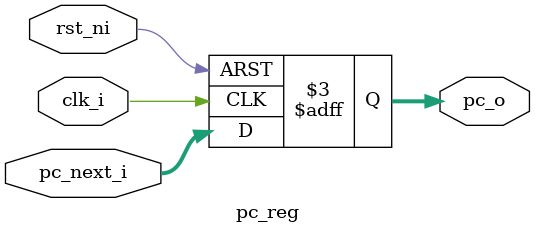
<source format=v>
`timescale 1ns / 1ps

module pc_reg (
    input  wire        clk_i           , // Clock input
    input  wire        rst_ni          , // Asynchronous reset (Active low)
    input  wire [31:0] pc_next_i       , // Next PC address input
    output reg  [31:0] pc_o              // Current PC address output
);

    always @(posedge clk_i or negedge rst_ni) begin
        if (!rst_ni) begin
            pc_o <= 32'b0              ; // Reset PC to 0
        end
        else begin
            pc_o <= pc_next_i          ; // Update PC at clock edge
        end
    end

endmodule
</source>
